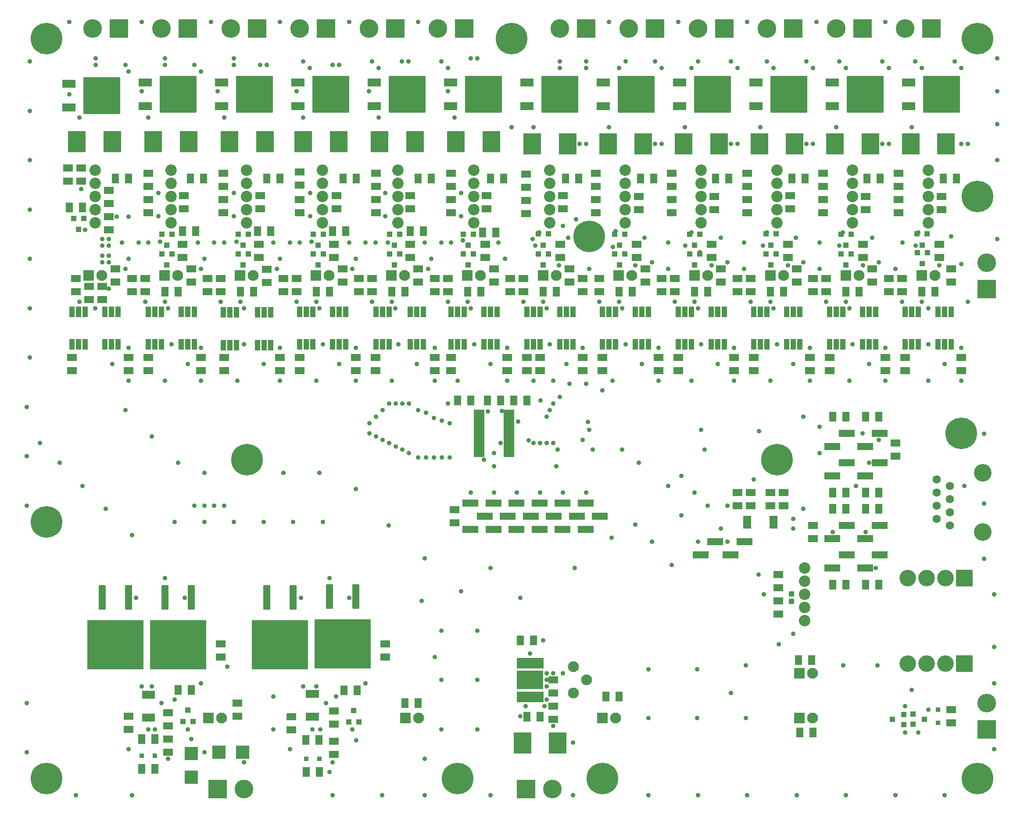
<source format=gts>
G04 #@! TF.GenerationSoftware,KiCad,Pcbnew,7.0.9*
G04 #@! TF.CreationDate,2023-12-21T14:40:28+01:00*
G04 #@! TF.ProjectId,zone-controller,7a6f6e65-2d63-46f6-9e74-726f6c6c6572,v2.0*
G04 #@! TF.SameCoordinates,Original*
G04 #@! TF.FileFunction,Soldermask,Top*
G04 #@! TF.FilePolarity,Negative*
%FSLAX46Y46*%
G04 Gerber Fmt 4.6, Leading zero omitted, Abs format (unit mm)*
G04 Created by KiCad (PCBNEW 7.0.9) date 2023-12-21 14:40:28*
%MOMM*%
%LPD*%
G01*
G04 APERTURE LIST*
G04 Aperture macros list*
%AMRoundRect*
0 Rectangle with rounded corners*
0 $1 Rounding radius*
0 $2 $3 $4 $5 $6 $7 $8 $9 X,Y pos of 4 corners*
0 Add a 4 corners polygon primitive as box body*
4,1,4,$2,$3,$4,$5,$6,$7,$8,$9,$2,$3,0*
0 Add four circle primitives for the rounded corners*
1,1,$1+$1,$2,$3*
1,1,$1+$1,$4,$5*
1,1,$1+$1,$6,$7*
1,1,$1+$1,$8,$9*
0 Add four rect primitives between the rounded corners*
20,1,$1+$1,$2,$3,$4,$5,0*
20,1,$1+$1,$4,$5,$6,$7,0*
20,1,$1+$1,$6,$7,$8,$9,0*
20,1,$1+$1,$8,$9,$2,$3,0*%
%AMFreePoly0*
4,1,13,0.685355,0.935355,0.700000,0.900000,0.700000,-0.900000,0.685355,-0.935355,0.650000,-0.950000,-0.650000,-0.950000,-0.685355,-0.935355,-0.700000,-0.900000,-0.700000,0.900000,-0.685355,0.935355,-0.650000,0.950000,0.650000,0.950000,0.685355,0.935355,0.685355,0.935355,$1*%
G04 Aperture macros list end*
%ADD10FreePoly0,270.000000*%
%ADD11C,6.100000*%
%ADD12RoundRect,0.050000X0.450000X-1.000000X0.450000X1.000000X-0.450000X1.000000X-0.450000X-1.000000X0*%
%ADD13FreePoly0,90.000000*%
%ADD14C,0.900000*%
%ADD15RoundRect,0.050000X-0.450000X1.000000X-0.450000X-1.000000X0.450000X-1.000000X0.450000X1.000000X0*%
%ADD16FreePoly0,0.000000*%
%ADD17RoundRect,0.050000X-1.250000X-0.750000X1.250000X-0.750000X1.250000X0.750000X-1.250000X0.750000X0*%
%ADD18RoundRect,0.050000X-3.500000X-3.500000X3.500000X-3.500000X3.500000X3.500000X-3.500000X3.500000X0*%
%ADD19RoundRect,0.050000X-1.750000X-1.750000X1.750000X-1.750000X1.750000X1.750000X-1.750000X1.750000X0*%
%ADD20C,3.600000*%
%ADD21FreePoly0,180.000000*%
%ADD22RoundRect,0.050000X-1.500000X0.625000X-1.500000X-0.625000X1.500000X-0.625000X1.500000X0.625000X0*%
%ADD23RoundRect,0.050000X-0.500000X0.500000X-0.500000X-0.500000X0.500000X-0.500000X0.500000X0.500000X0*%
%ADD24RoundRect,0.050000X1.500000X-0.625000X1.500000X0.625000X-1.500000X0.625000X-1.500000X-0.625000X0*%
%ADD25RoundRect,0.050000X-0.625000X2.300000X-0.625000X-2.300000X0.625000X-2.300000X0.625000X2.300000X0*%
%ADD26RoundRect,0.050000X-5.400000X4.700000X-5.400000X-4.700000X5.400000X-4.700000X5.400000X4.700000X0*%
%ADD27RoundRect,0.050000X0.500000X0.500000X-0.500000X0.500000X-0.500000X-0.500000X0.500000X-0.500000X0*%
%ADD28RoundRect,0.050000X-1.250000X-1.250000X1.250000X-1.250000X1.250000X1.250000X-1.250000X1.250000X0*%
%ADD29RoundRect,0.050000X-0.400000X-0.400000X0.400000X-0.400000X0.400000X0.400000X-0.400000X0.400000X0*%
%ADD30RoundRect,0.050000X-1.650000X2.000000X-1.650000X-2.000000X1.650000X-2.000000X1.650000X2.000000X0*%
%ADD31RoundRect,0.050000X0.500000X-0.500000X0.500000X0.500000X-0.500000X0.500000X-0.500000X-0.500000X0*%
%ADD32RoundRect,0.050000X-1.750000X1.750000X-1.750000X-1.750000X1.750000X-1.750000X1.750000X1.750000X0*%
%ADD33RoundRect,0.050000X-1.550000X1.550000X-1.550000X-1.550000X1.550000X-1.550000X1.550000X1.550000X0*%
%ADD34O,3.200000X3.200000*%
%ADD35RoundRect,0.050000X-0.500000X-0.500000X0.500000X-0.500000X0.500000X0.500000X-0.500000X0.500000X0*%
%ADD36C,3.400000*%
%ADD37C,1.600000*%
%ADD38RoundRect,0.050000X1.250000X-1.250000X1.250000X1.250000X-1.250000X1.250000X-1.250000X-1.250000X0*%
%ADD39C,2.100000*%
%ADD40RoundRect,0.050000X1.750000X1.750000X-1.750000X1.750000X-1.750000X-1.750000X1.750000X-1.750000X0*%
%ADD41RoundRect,0.050000X0.400000X-0.400000X0.400000X0.400000X-0.400000X0.400000X-0.400000X-0.400000X0*%
%ADD42RoundRect,0.050000X-1.000000X-0.250000X1.000000X-0.250000X1.000000X0.250000X-1.000000X0.250000X0*%
%ADD43RoundRect,0.050000X0.450000X-0.450000X0.450000X0.450000X-0.450000X0.450000X-0.450000X-0.450000X0*%
%ADD44RoundRect,0.050000X0.175000X-0.750000X0.175000X0.750000X-0.175000X0.750000X-0.175000X-0.750000X0*%
%ADD45RoundRect,0.050000X-0.175000X0.750000X-0.175000X-0.750000X0.175000X-0.750000X0.175000X0.750000X0*%
%ADD46RoundRect,0.050000X0.250000X-1.000000X0.250000X1.000000X-0.250000X1.000000X-0.250000X-1.000000X0*%
%ADD47RoundRect,0.050000X2.500000X-1.700000X2.500000X1.700000X-2.500000X1.700000X-2.500000X-1.700000X0*%
%ADD48RoundRect,0.050000X-0.750000X-0.175000X0.750000X-0.175000X0.750000X0.175000X-0.750000X0.175000X0*%
%ADD49RoundRect,0.050000X1.650000X-2.000000X1.650000X2.000000X-1.650000X2.000000X-1.650000X-2.000000X0*%
%ADD50C,2.200000*%
%ADD51RoundRect,0.050000X-1.000000X-1.000000X1.000000X-1.000000X1.000000X1.000000X-1.000000X1.000000X0*%
G04 APERTURE END LIST*
D10*
X149860000Y-123317000D03*
X149860000Y-125857000D03*
D11*
X234950000Y-99949000D03*
D10*
X142240000Y-91059000D03*
X142240000Y-93599000D03*
D12*
X252095000Y-120752000D03*
X253365000Y-120752000D03*
X254635000Y-120752000D03*
X254635000Y-114452000D03*
X253365000Y-114452000D03*
X252095000Y-114452000D03*
D10*
X193802000Y-87757000D03*
X193802000Y-90297000D03*
D13*
X258572000Y-104013000D03*
X258572000Y-101473000D03*
D14*
X186690000Y-72517000D03*
D15*
X202946000Y-114452000D03*
X201676000Y-114452000D03*
X200406000Y-114452000D03*
X200406000Y-120752000D03*
X201676000Y-120752000D03*
X202946000Y-120752000D03*
D14*
X179070000Y-175387000D03*
X139700000Y-175387000D03*
D16*
X240665000Y-110617000D03*
X243205000Y-110617000D03*
D14*
X229235000Y-70612000D03*
D17*
X296595000Y-70237000D03*
X296595000Y-74797000D03*
D18*
X302895000Y-72517000D03*
D14*
X140970000Y-74422000D03*
D19*
X184150000Y-59817000D03*
D20*
X179070000Y-59817000D03*
D13*
X266065000Y-110617000D03*
X266065000Y-108077000D03*
D10*
X200406000Y-92075000D03*
X200406000Y-94615000D03*
D21*
X182753000Y-197104000D03*
X180213000Y-197104000D03*
D14*
X147320000Y-175387000D03*
X184785000Y-72517000D03*
X182880000Y-72517000D03*
D13*
X265430000Y-95377000D03*
X265430000Y-92837000D03*
D22*
X281835000Y-163957000D03*
X284585000Y-161417000D03*
X234210000Y-156464000D03*
X236960000Y-153924000D03*
X234210000Y-151384000D03*
D14*
X142875000Y-70612000D03*
D13*
X227965000Y-193167000D03*
X227965000Y-190627000D03*
D23*
X300162000Y-103013000D03*
X298262000Y-103013000D03*
X299212000Y-105213000D03*
D13*
X236220000Y-90297000D03*
X236220000Y-87757000D03*
D23*
X198308000Y-99457000D03*
X196408000Y-99457000D03*
X197358000Y-101657000D03*
D19*
X287655000Y-59817000D03*
D20*
X282575000Y-59817000D03*
D16*
X200406000Y-98933000D03*
X202946000Y-98933000D03*
D13*
X295275000Y-110617000D03*
X295275000Y-108077000D03*
D17*
X252399000Y-70237000D03*
X252399000Y-74797000D03*
D18*
X258699000Y-72517000D03*
D13*
X158115000Y-108712000D03*
X158115000Y-106172000D03*
D16*
X221615000Y-177927000D03*
X224155000Y-177927000D03*
D21*
X290830000Y-134747000D03*
X288290000Y-134747000D03*
D15*
X246380000Y-114452000D03*
X245110000Y-114452000D03*
X243840000Y-114452000D03*
X243840000Y-120752000D03*
X245110000Y-120752000D03*
X246380000Y-120752000D03*
D14*
X139065000Y-70612000D03*
D13*
X208915000Y-155194000D03*
X208915000Y-152654000D03*
D24*
X259185000Y-158877000D03*
X256435000Y-161417000D03*
D16*
X187579000Y-187579000D03*
X190119000Y-187579000D03*
D14*
X302895000Y-70612000D03*
X259080000Y-74422000D03*
X212725000Y-70612000D03*
X187325000Y-178562000D03*
X241935000Y-72517000D03*
X257175000Y-72517000D03*
D12*
X164338000Y-120879000D03*
X165608000Y-120879000D03*
X166878000Y-120879000D03*
X166878000Y-114579000D03*
X165608000Y-114579000D03*
X164338000Y-114579000D03*
D17*
X164007000Y-70237000D03*
X164007000Y-74797000D03*
D18*
X170307000Y-72517000D03*
D10*
X292100000Y-123317000D03*
X292100000Y-125857000D03*
D14*
X260985000Y-74422000D03*
X179070000Y-181737000D03*
D10*
X164338000Y-92837000D03*
X164338000Y-95377000D03*
X288290000Y-92202000D03*
X288290000Y-94742000D03*
D16*
X214376000Y-99187000D03*
X216916000Y-99187000D03*
D14*
X231140000Y-74422000D03*
D13*
X236220000Y-95377000D03*
X236220000Y-92837000D03*
D14*
X184785000Y-70612000D03*
X229235000Y-72517000D03*
D10*
X163830000Y-178562000D03*
X163830000Y-181102000D03*
D25*
X189865000Y-169412000D03*
X184785000Y-169412000D03*
D26*
X187325000Y-178562000D03*
D14*
X155575000Y-72517000D03*
X139700000Y-178562000D03*
X260985000Y-70612000D03*
X288290000Y-70612000D03*
D21*
X218440000Y-88773000D03*
X215900000Y-88773000D03*
X212090000Y-131572000D03*
X209550000Y-131572000D03*
D27*
X295640000Y-194117000D03*
X295640000Y-192217000D03*
X293440000Y-193167000D03*
D13*
X250825000Y-95377000D03*
X250825000Y-92837000D03*
D23*
X227010000Y-99441000D03*
X225110000Y-99441000D03*
X226060000Y-101641000D03*
D13*
X200406000Y-104013000D03*
X200406000Y-101473000D03*
D10*
X156718000Y-92075000D03*
X156718000Y-94615000D03*
X237490000Y-123317000D03*
X237490000Y-125857000D03*
D14*
X171450000Y-175387000D03*
X214630000Y-70612000D03*
D10*
X142240000Y-96139000D03*
X142240000Y-98679000D03*
D22*
X288185000Y-158242000D03*
X290935000Y-155702000D03*
D15*
X231775000Y-114452000D03*
X230505000Y-114452000D03*
X229235000Y-114452000D03*
X229235000Y-120752000D03*
X230505000Y-120752000D03*
X231775000Y-120752000D03*
D14*
X140970000Y-70612000D03*
X142875000Y-72517000D03*
D13*
X163830000Y-110617000D03*
X163830000Y-108077000D03*
D28*
X163435000Y-199517000D03*
X168035000Y-199517000D03*
D23*
X241742000Y-99457000D03*
X239842000Y-99457000D03*
X240792000Y-101657000D03*
D13*
X161290000Y-110617000D03*
X161290000Y-108077000D03*
D23*
X285430000Y-99457000D03*
X283530000Y-99457000D03*
X284480000Y-101657000D03*
D14*
X273685000Y-74422000D03*
D23*
X256220000Y-103267000D03*
X254320000Y-103267000D03*
X255270000Y-105467000D03*
D14*
X212725000Y-72517000D03*
D29*
X148590000Y-200152000D03*
X151130000Y-200152000D03*
D12*
X295910000Y-120752000D03*
X297180000Y-120752000D03*
X298450000Y-120752000D03*
X298450000Y-114452000D03*
X297180000Y-114452000D03*
X295910000Y-114452000D03*
D30*
X274545000Y-82042000D03*
X267745000Y-82042000D03*
D19*
X197485000Y-59817000D03*
D20*
X192405000Y-59817000D03*
D14*
X245745000Y-70612000D03*
D30*
X215998000Y-81661000D03*
X209198000Y-81661000D03*
D14*
X200025000Y-70612000D03*
D23*
X212532000Y-103267000D03*
X210632000Y-103267000D03*
X211582000Y-105467000D03*
D14*
X151765000Y-178562000D03*
X143510000Y-178562000D03*
X200025000Y-74422000D03*
D11*
X309880000Y-204597000D03*
D14*
X302895000Y-72517000D03*
X151765000Y-181737000D03*
D23*
X300096000Y-99441000D03*
X298196000Y-99441000D03*
X299146000Y-101641000D03*
D13*
X143510000Y-108712000D03*
X143510000Y-106172000D03*
D16*
X180340000Y-203327000D03*
X182880000Y-203327000D03*
D17*
X149275000Y-70237000D03*
X149275000Y-74797000D03*
D18*
X155575000Y-72517000D03*
D24*
X290935000Y-143637000D03*
X288185000Y-146177000D03*
D14*
X151765000Y-175387000D03*
D10*
X259080000Y-92202000D03*
X259080000Y-94742000D03*
D12*
X179070000Y-120752000D03*
X180340000Y-120752000D03*
X181610000Y-120752000D03*
X181610000Y-114452000D03*
X180340000Y-114452000D03*
X179070000Y-114452000D03*
D10*
X177419000Y-192659000D03*
X177419000Y-195199000D03*
X306705000Y-123317000D03*
X306705000Y-125857000D03*
D30*
X186534000Y-81661000D03*
X179734000Y-81661000D03*
D16*
X238125000Y-188722000D03*
X240665000Y-188722000D03*
X167640000Y-110617000D03*
X170180000Y-110617000D03*
D10*
X164465000Y-123317000D03*
X164465000Y-125857000D03*
D14*
X227330000Y-74422000D03*
D16*
X226060000Y-110617000D03*
X228600000Y-110617000D03*
D14*
X157480000Y-72517000D03*
X198120000Y-70612000D03*
X139700000Y-181737000D03*
X275590000Y-74422000D03*
D13*
X250825000Y-90297000D03*
X250825000Y-87757000D03*
D10*
X266700000Y-123317000D03*
X266700000Y-125857000D03*
D23*
X154366000Y-103267000D03*
X152466000Y-103267000D03*
X153416000Y-105467000D03*
D14*
X288290000Y-72517000D03*
D21*
X276606000Y-88773000D03*
X274066000Y-88773000D03*
D14*
X304800000Y-72517000D03*
D29*
X180340000Y-200787000D03*
X182880000Y-200787000D03*
D14*
X170180000Y-72517000D03*
X153670000Y-70612000D03*
D13*
X140970000Y-112141000D03*
X140970000Y-109601000D03*
X185674000Y-199898000D03*
X185674000Y-197358000D03*
D23*
X183576000Y-103267000D03*
X181676000Y-103267000D03*
X182626000Y-105467000D03*
D12*
X135128000Y-120752000D03*
X136398000Y-120752000D03*
X137668000Y-120752000D03*
X137668000Y-114452000D03*
X136398000Y-114452000D03*
X135128000Y-114452000D03*
D13*
X244094000Y-104013000D03*
X244094000Y-101473000D03*
X265430000Y-90297000D03*
X265430000Y-87757000D03*
D10*
X179070000Y-87503000D03*
X179070000Y-90043000D03*
D13*
X219710000Y-110617000D03*
X219710000Y-108077000D03*
D14*
X275590000Y-72517000D03*
D10*
X134366000Y-86741000D03*
X134366000Y-89281000D03*
D14*
X191135000Y-175387000D03*
X216535000Y-74422000D03*
D13*
X135890000Y-110617000D03*
X135890000Y-108077000D03*
D22*
X216430000Y-156464000D03*
X219180000Y-153924000D03*
X216430000Y-151384000D03*
D31*
X156530000Y-193532000D03*
X158430000Y-193532000D03*
X157480000Y-191332000D03*
D14*
X200025000Y-72517000D03*
D11*
X309880000Y-92202000D03*
D10*
X222885000Y-123317000D03*
X222885000Y-125857000D03*
D13*
X214884000Y-104013000D03*
X214884000Y-101473000D03*
D10*
X215138000Y-92075000D03*
X215138000Y-94615000D03*
D13*
X263525000Y-110617000D03*
X263525000Y-108077000D03*
D10*
X208280000Y-87757000D03*
X208280000Y-90297000D03*
D23*
X270952000Y-99441000D03*
X269052000Y-99441000D03*
X270002000Y-101641000D03*
D25*
X146050000Y-169612000D03*
X140970000Y-169612000D03*
D26*
X143510000Y-178762000D03*
D17*
X237667000Y-70237000D03*
X237667000Y-74797000D03*
D18*
X243967000Y-72517000D03*
D10*
X208280000Y-123317000D03*
X208280000Y-125857000D03*
X171450000Y-92075000D03*
X171450000Y-94615000D03*
D13*
X248920000Y-110617000D03*
X248920000Y-108077000D03*
D14*
X286385000Y-72517000D03*
X155575000Y-181737000D03*
D32*
X311658000Y-195072000D03*
D20*
X311658000Y-189992000D03*
D14*
X184150000Y-175387000D03*
X155575000Y-74422000D03*
D10*
X175260000Y-123317000D03*
X175260000Y-125857000D03*
D19*
X144145000Y-59817000D03*
D20*
X139065000Y-59817000D03*
D14*
X259080000Y-70612000D03*
X175260000Y-178562000D03*
X304800000Y-74422000D03*
D23*
X183576000Y-99457000D03*
X181676000Y-99457000D03*
X182626000Y-101657000D03*
D14*
X184150000Y-181737000D03*
D33*
X307340000Y-165862000D03*
D34*
X303700000Y-165862000D03*
X300060000Y-165862000D03*
X296420000Y-165862000D03*
D14*
X170180000Y-74422000D03*
D23*
X256220000Y-99457000D03*
X254320000Y-99457000D03*
X255270000Y-101657000D03*
D21*
X222885000Y-131572000D03*
X220345000Y-131572000D03*
D11*
X237490000Y-204597000D03*
D13*
X193040000Y-110617000D03*
X193040000Y-108077000D03*
X149225000Y-110617000D03*
X149225000Y-108077000D03*
X251460000Y-110617000D03*
X251460000Y-108077000D03*
D16*
X288290000Y-149352000D03*
X290830000Y-149352000D03*
D14*
X212725000Y-74422000D03*
X153670000Y-72517000D03*
D11*
X130175000Y-204597000D03*
D21*
X247396000Y-88773000D03*
X244856000Y-88773000D03*
D13*
X294640000Y-90297000D03*
X294640000Y-87757000D03*
D10*
X146050000Y-123317000D03*
X146050000Y-125857000D03*
D16*
X170942000Y-98933000D03*
X173482000Y-98933000D03*
D13*
X172720000Y-108839000D03*
X172720000Y-106299000D03*
X175895000Y-110617000D03*
X175895000Y-108077000D03*
D19*
X300990000Y-59817000D03*
D20*
X295910000Y-59817000D03*
D14*
X182880000Y-74422000D03*
D23*
X241742000Y-103267000D03*
X239842000Y-103267000D03*
X240792000Y-105467000D03*
D14*
X147320000Y-178562000D03*
X198120000Y-74422000D03*
X143510000Y-175387000D03*
D13*
X146685000Y-110617000D03*
X146685000Y-108077000D03*
D14*
X290195000Y-70612000D03*
D35*
X297434000Y-192156000D03*
X297434000Y-194056000D03*
X299634000Y-193106000D03*
D13*
X222758000Y-90424000D03*
X222758000Y-87884000D03*
D10*
X233680000Y-123317000D03*
X233680000Y-125857000D03*
D19*
X210820000Y-59817000D03*
D20*
X205740000Y-59817000D03*
D14*
X159385000Y-181737000D03*
D10*
X248285000Y-123317000D03*
X248285000Y-125857000D03*
D13*
X222758000Y-95504000D03*
X222758000Y-92964000D03*
X269875000Y-151892000D03*
X269875000Y-149352000D03*
D10*
X149860000Y-87757000D03*
X149860000Y-90297000D03*
X295910000Y-123317000D03*
X295910000Y-125857000D03*
D30*
X245335000Y-82042000D03*
X238535000Y-82042000D03*
D14*
X155575000Y-70612000D03*
D30*
X142846000Y-81661000D03*
X136046000Y-81661000D03*
D23*
X227010000Y-103267000D03*
X225110000Y-103267000D03*
X226060000Y-105467000D03*
D19*
X170815000Y-59817000D03*
D20*
X165735000Y-59817000D03*
D14*
X155575000Y-178562000D03*
X273685000Y-72517000D03*
D25*
X158115000Y-169612000D03*
X153035000Y-169612000D03*
D26*
X155575000Y-178762000D03*
D14*
X271780000Y-70612000D03*
D21*
X189992000Y-88773000D03*
X187452000Y-88773000D03*
D16*
X284480000Y-110617000D03*
X287020000Y-110617000D03*
D21*
X204470000Y-88773000D03*
X201930000Y-88773000D03*
D36*
X310896000Y-156973000D03*
X310896000Y-145541000D03*
D37*
X304546000Y-155701000D03*
X302006000Y-154431000D03*
X304546000Y-153161000D03*
X302006000Y-151891000D03*
X304546000Y-150621000D03*
X302006000Y-149351000D03*
X304546000Y-148081000D03*
X302006000Y-146811000D03*
D14*
X201930000Y-70612000D03*
D10*
X229870000Y-92075000D03*
X229870000Y-94615000D03*
D14*
X172085000Y-74422000D03*
X170180000Y-70612000D03*
D21*
X146050000Y-88773000D03*
X143510000Y-88773000D03*
D14*
X184785000Y-74422000D03*
D15*
X290195000Y-114452000D03*
X288925000Y-114452000D03*
X287655000Y-114452000D03*
X287655000Y-120752000D03*
X288925000Y-120752000D03*
X290195000Y-120752000D03*
D14*
X142875000Y-74422000D03*
X227330000Y-72517000D03*
D15*
X144018000Y-114452000D03*
X142748000Y-114452000D03*
X141478000Y-114452000D03*
X141478000Y-120752000D03*
X142748000Y-120752000D03*
X144018000Y-120752000D03*
D13*
X287782000Y-104013000D03*
X287782000Y-101473000D03*
D14*
X175260000Y-175387000D03*
X243840000Y-72517000D03*
X187325000Y-181737000D03*
D22*
X225320000Y-156464000D03*
X228070000Y-153924000D03*
X225320000Y-151384000D03*
D13*
X280035000Y-95377000D03*
X280035000Y-92837000D03*
D38*
X158115000Y-204357000D03*
X158115000Y-199757000D03*
D14*
X191135000Y-178562000D03*
X245745000Y-72517000D03*
D10*
X278130000Y-155702000D03*
X278130000Y-158242000D03*
D17*
X222935000Y-70237000D03*
X222935000Y-74797000D03*
D18*
X229235000Y-72517000D03*
D13*
X222250000Y-110617000D03*
X222250000Y-108077000D03*
D11*
X168910000Y-143002000D03*
D15*
X217170000Y-114452000D03*
X215900000Y-114452000D03*
X214630000Y-114452000D03*
X214630000Y-120752000D03*
X215900000Y-120752000D03*
X217170000Y-120752000D03*
D30*
X259940000Y-82042000D03*
X253140000Y-82042000D03*
D14*
X304800000Y-70612000D03*
D16*
X281940000Y-152527000D03*
X284480000Y-152527000D03*
D39*
X231838500Y-188087000D03*
X234391200Y-185547000D03*
X231838500Y-183007000D03*
D10*
X160020000Y-123317000D03*
X160020000Y-125857000D03*
D14*
X275590000Y-70612000D03*
X198120000Y-72517000D03*
D12*
X266700000Y-120752000D03*
X267970000Y-120752000D03*
X269240000Y-120752000D03*
X269240000Y-114452000D03*
X267970000Y-114452000D03*
X266700000Y-114452000D03*
D14*
X231140000Y-70612000D03*
D15*
X187960000Y-114452000D03*
X186690000Y-114452000D03*
X185420000Y-114452000D03*
X185420000Y-120752000D03*
X186690000Y-120752000D03*
X187960000Y-120752000D03*
D30*
X172310000Y-81661000D03*
X165510000Y-81661000D03*
D16*
X211455000Y-110617000D03*
X213995000Y-110617000D03*
D13*
X304800000Y-108712000D03*
X304800000Y-106172000D03*
D14*
X168275000Y-70612000D03*
D10*
X244475000Y-92202000D03*
X244475000Y-94742000D03*
D14*
X300990000Y-70612000D03*
D22*
X288185000Y-140462000D03*
X290935000Y-137922000D03*
D16*
X269875000Y-110617000D03*
X272415000Y-110617000D03*
D14*
X259080000Y-72517000D03*
D40*
X163195000Y-206629000D03*
D20*
X168275000Y-206629000D03*
D41*
X302260000Y-193802000D03*
X302260000Y-191262000D03*
D42*
X213632500Y-133697000D03*
X213632500Y-134347000D03*
X213632500Y-134997000D03*
X213632500Y-135647000D03*
X213632500Y-136297000D03*
X213632500Y-136947000D03*
X213632500Y-137597000D03*
X213632500Y-138247000D03*
X213632500Y-138897000D03*
X213632500Y-139547000D03*
X213632500Y-140197000D03*
X213632500Y-140847000D03*
X213632500Y-141497000D03*
X213632500Y-142147000D03*
X219437500Y-142147000D03*
X219437500Y-141497000D03*
X219437500Y-140847000D03*
X219437500Y-140197000D03*
X219437500Y-139547000D03*
X219437500Y-138897000D03*
X219437500Y-138247000D03*
X219437500Y-137597000D03*
X219437500Y-136947000D03*
X219437500Y-136297000D03*
X219437500Y-135647000D03*
X219437500Y-134997000D03*
X219437500Y-134347000D03*
X219437500Y-133697000D03*
D10*
X153670000Y-191897000D03*
X153670000Y-194437000D03*
D13*
X292735000Y-110617000D03*
X292735000Y-108077000D03*
D11*
X306705000Y-137922000D03*
D33*
X307340000Y-182372000D03*
D34*
X303700000Y-182372000D03*
X300060000Y-182372000D03*
X296420000Y-182372000D03*
D14*
X300990000Y-74422000D03*
X139192000Y-74422000D03*
D19*
X274320000Y-59817000D03*
D20*
X269240000Y-59817000D03*
D43*
X273939000Y-170397000D03*
X273939000Y-168947000D03*
D12*
X193802000Y-120752000D03*
X195072000Y-120752000D03*
X196342000Y-120752000D03*
X196342000Y-114452000D03*
X195072000Y-114452000D03*
X193802000Y-114452000D03*
D13*
X216535000Y-108712000D03*
X216535000Y-106172000D03*
X278130000Y-110617000D03*
X278130000Y-108077000D03*
D23*
X169098000Y-99457000D03*
X167198000Y-99457000D03*
X168148000Y-101657000D03*
D13*
X260350000Y-108712000D03*
X260350000Y-106172000D03*
D21*
X291084000Y-88773000D03*
X288544000Y-88773000D03*
X284480000Y-134747000D03*
X281940000Y-134747000D03*
D14*
X290195000Y-72517000D03*
D30*
X303755000Y-82042000D03*
X296955000Y-82042000D03*
D22*
X211985000Y-156464000D03*
X214735000Y-153924000D03*
X211985000Y-151384000D03*
D14*
X271780000Y-74422000D03*
D13*
X273304000Y-104013000D03*
X273304000Y-101473000D03*
D44*
X148860000Y-192827000D03*
X149360000Y-192827000D03*
X149860000Y-192827000D03*
X150360000Y-192827000D03*
X150860000Y-192827000D03*
X150860000Y-188427000D03*
X150360000Y-188427000D03*
X149860000Y-188427000D03*
D45*
X149360000Y-188427000D03*
D44*
X148860000Y-188427000D03*
D10*
X164338000Y-87757000D03*
X164338000Y-90297000D03*
D14*
X257175000Y-74422000D03*
D13*
X271399000Y-172847000D03*
X271399000Y-170307000D03*
D14*
X229235000Y-74422000D03*
D22*
X229765000Y-156464000D03*
X232515000Y-153924000D03*
X229765000Y-151384000D03*
D16*
X215265000Y-131572000D03*
X217805000Y-131572000D03*
D10*
X208280000Y-92837000D03*
X208280000Y-95377000D03*
D14*
X241935000Y-70612000D03*
D24*
X284585000Y-137922000D03*
X281835000Y-140462000D03*
D13*
X274955000Y-108712000D03*
X274955000Y-106172000D03*
D19*
X234315000Y-59817000D03*
D20*
X229235000Y-59817000D03*
D14*
X231140000Y-72517000D03*
D10*
X195580000Y-178562000D03*
X195580000Y-181102000D03*
D14*
X143510000Y-181737000D03*
X159385000Y-175387000D03*
D10*
X277495000Y-123317000D03*
X277495000Y-125857000D03*
D16*
X275336000Y-181737000D03*
X277876000Y-181737000D03*
D40*
X222758000Y-206629000D03*
D20*
X227838000Y-206629000D03*
D14*
X214630000Y-72517000D03*
X157480000Y-74422000D03*
D11*
X219964000Y-61722000D03*
D15*
X304800000Y-114452000D03*
X303530000Y-114452000D03*
X302260000Y-114452000D03*
X302260000Y-120752000D03*
X303530000Y-120752000D03*
X304800000Y-120752000D03*
D17*
X281863000Y-70237000D03*
X281863000Y-74797000D03*
D18*
X288163000Y-72517000D03*
D14*
X227330000Y-70612000D03*
D12*
X237490000Y-120752000D03*
X238760000Y-120752000D03*
X240030000Y-120752000D03*
X240030000Y-114452000D03*
X238760000Y-114452000D03*
X237490000Y-114452000D03*
X149860000Y-120752000D03*
X151130000Y-120752000D03*
X152400000Y-120752000D03*
X152400000Y-114452000D03*
X151130000Y-114452000D03*
X149860000Y-114452000D03*
D13*
X272415000Y-151892000D03*
X272415000Y-149352000D03*
D14*
X157480000Y-70612000D03*
D46*
X221245000Y-188797000D03*
X221895000Y-188797000D03*
X222545000Y-188797000D03*
X223195000Y-188797000D03*
X223845000Y-188797000D03*
X224495000Y-188797000D03*
X225145000Y-188797000D03*
X225795000Y-188797000D03*
X225795000Y-182297000D03*
X225145000Y-182297000D03*
X224495000Y-182297000D03*
X223845000Y-182297000D03*
X223195000Y-182297000D03*
X222545000Y-182297000D03*
X221895000Y-182297000D03*
X221245000Y-182297000D03*
D47*
X223520000Y-185547000D03*
D13*
X201930000Y-108712000D03*
X201930000Y-106172000D03*
D14*
X201930000Y-72517000D03*
D10*
X193675000Y-123317000D03*
X193675000Y-125857000D03*
X281305000Y-123317000D03*
X281305000Y-125857000D03*
D13*
X231140000Y-108712000D03*
X231140000Y-106172000D03*
D23*
X212532000Y-99457000D03*
X210632000Y-99457000D03*
X211582000Y-101657000D03*
D14*
X302895000Y-74422000D03*
X271780000Y-72517000D03*
D17*
X267131000Y-70237000D03*
X267131000Y-74797000D03*
D18*
X273431000Y-72517000D03*
D14*
X171450000Y-181737000D03*
D48*
X265430000Y-154067000D03*
X265430000Y-154567000D03*
X265430000Y-155067000D03*
X265430000Y-155567000D03*
X265430000Y-156067000D03*
X270510000Y-156067000D03*
X270510000Y-155567000D03*
X270510000Y-155067000D03*
X270510000Y-154567000D03*
X270510000Y-154067000D03*
D15*
X275590000Y-114452000D03*
X274320000Y-114452000D03*
X273050000Y-114452000D03*
X273050000Y-120752000D03*
X274320000Y-120752000D03*
X275590000Y-120752000D03*
D21*
X175260000Y-88773000D03*
X172720000Y-88773000D03*
D10*
X252095000Y-123317000D03*
X252095000Y-125857000D03*
D13*
X205105000Y-110617000D03*
X205105000Y-108077000D03*
D10*
X149860000Y-92837000D03*
X149860000Y-95377000D03*
D14*
X168275000Y-74422000D03*
D10*
X205105000Y-123317000D03*
X205105000Y-125857000D03*
D23*
X198308000Y-103267000D03*
X196408000Y-103267000D03*
X197358000Y-105467000D03*
D21*
X261874000Y-88773000D03*
X259334000Y-88773000D03*
D10*
X179070000Y-92837000D03*
X179070000Y-95377000D03*
D17*
X193471000Y-70237000D03*
X193471000Y-74797000D03*
D18*
X199771000Y-72517000D03*
D19*
X260985000Y-59817000D03*
D20*
X255905000Y-59817000D03*
D17*
X178739000Y-70237000D03*
X178739000Y-74797000D03*
D18*
X185039000Y-72517000D03*
D14*
X245745000Y-74422000D03*
D24*
X290935000Y-161417000D03*
X288185000Y-163957000D03*
D16*
X153035000Y-110617000D03*
X155575000Y-110617000D03*
D30*
X157578000Y-81661000D03*
X150778000Y-81661000D03*
D10*
X262890000Y-123317000D03*
X262890000Y-125857000D03*
D23*
X137348000Y-96409000D03*
X135448000Y-96409000D03*
X136398000Y-98609000D03*
D14*
X155575000Y-175387000D03*
D10*
X193802000Y-92837000D03*
X193802000Y-95377000D03*
D21*
X305816000Y-88773000D03*
X303276000Y-88773000D03*
D16*
X299085000Y-110617000D03*
X301625000Y-110617000D03*
D13*
X236855000Y-110617000D03*
X236855000Y-108077000D03*
D10*
X294005000Y-139827000D03*
X294005000Y-142367000D03*
D23*
X270952000Y-103267000D03*
X269052000Y-103267000D03*
X270002000Y-105467000D03*
D49*
X222025000Y-197739000D03*
X228825000Y-197739000D03*
D13*
X187325000Y-108712000D03*
X187325000Y-106172000D03*
D10*
X302895000Y-92202000D03*
X302895000Y-94742000D03*
D15*
X158750000Y-114452000D03*
X157480000Y-114452000D03*
X156210000Y-114452000D03*
X156210000Y-120752000D03*
X157480000Y-120752000D03*
X158750000Y-120752000D03*
D22*
X281835000Y-146177000D03*
X284585000Y-143637000D03*
D23*
X285430000Y-103267000D03*
X283530000Y-103267000D03*
X284480000Y-105467000D03*
D14*
X201930000Y-74422000D03*
D13*
X289560000Y-108712000D03*
X289560000Y-106172000D03*
D16*
X281940000Y-149352000D03*
X284480000Y-149352000D03*
D14*
X260985000Y-72517000D03*
D12*
X208280000Y-120752000D03*
X209550000Y-120752000D03*
X210820000Y-120752000D03*
X210820000Y-114452000D03*
X209550000Y-114452000D03*
X208280000Y-114452000D03*
X222885000Y-120752000D03*
X224155000Y-120752000D03*
X225425000Y-120752000D03*
X225425000Y-114452000D03*
X224155000Y-114452000D03*
X222885000Y-114452000D03*
D13*
X294640000Y-95377000D03*
X294640000Y-92837000D03*
X156464000Y-104013000D03*
X156464000Y-101473000D03*
D15*
X173482000Y-114579000D03*
X172212000Y-114579000D03*
X170942000Y-114579000D03*
X170942000Y-120879000D03*
X172212000Y-120879000D03*
X173482000Y-120879000D03*
D17*
X208203000Y-70237000D03*
X208203000Y-74797000D03*
D18*
X214503000Y-72517000D03*
D32*
X311658000Y-110109000D03*
D20*
X311658000Y-105029000D03*
D14*
X179070000Y-178562000D03*
X300990000Y-72517000D03*
D15*
X260985000Y-114452000D03*
X259715000Y-114452000D03*
X258445000Y-114452000D03*
X258445000Y-120752000D03*
X259715000Y-120752000D03*
X260985000Y-120752000D03*
D13*
X271399000Y-167767000D03*
X271399000Y-165227000D03*
D24*
X264900000Y-158877000D03*
X262150000Y-161417000D03*
D14*
X288290000Y-74422000D03*
D22*
X220875000Y-156464000D03*
X223625000Y-153924000D03*
X220875000Y-151384000D03*
D16*
X275590000Y-195707000D03*
X278130000Y-195707000D03*
D14*
X286385000Y-74422000D03*
D10*
X135128000Y-123317000D03*
X135128000Y-125857000D03*
D19*
X157480000Y-59817000D03*
D20*
X152400000Y-59817000D03*
D14*
X186690000Y-74422000D03*
X243840000Y-70612000D03*
X257175000Y-70612000D03*
D13*
X266065000Y-151892000D03*
X266065000Y-149352000D03*
D10*
X136906000Y-86741000D03*
X136906000Y-89281000D03*
D14*
X175260000Y-181737000D03*
D23*
X169098000Y-103267000D03*
X167198000Y-103267000D03*
X168148000Y-105467000D03*
D16*
X199390000Y-189992000D03*
X201930000Y-189992000D03*
D21*
X160528000Y-88773000D03*
X157988000Y-88773000D03*
D31*
X188534000Y-193659000D03*
X190434000Y-193659000D03*
X189484000Y-191459000D03*
D13*
X233680000Y-110617000D03*
X233680000Y-108077000D03*
D14*
X182880000Y-70612000D03*
X171450000Y-178562000D03*
D12*
X281305000Y-120752000D03*
X282575000Y-120752000D03*
X283845000Y-120752000D03*
X283845000Y-114452000D03*
X282575000Y-114452000D03*
X281305000Y-114452000D03*
D16*
X255270000Y-110617000D03*
X257810000Y-110617000D03*
D13*
X280035000Y-90297000D03*
X280035000Y-87757000D03*
D16*
X148590000Y-202692000D03*
X151130000Y-202692000D03*
D10*
X304800000Y-191262000D03*
X304800000Y-193802000D03*
D21*
X232918000Y-88773000D03*
X230378000Y-88773000D03*
D44*
X180499000Y-192614000D03*
X180999000Y-192614000D03*
X181499000Y-192614000D03*
X181999000Y-192614000D03*
X182499000Y-192614000D03*
X182499000Y-188214000D03*
X181999000Y-188214000D03*
X181499000Y-188214000D03*
D45*
X180999000Y-188214000D03*
D44*
X180499000Y-188214000D03*
D21*
X151130000Y-196977000D03*
X148590000Y-196977000D03*
D24*
X284585000Y-155702000D03*
X281835000Y-158242000D03*
D14*
X168207000Y-72517000D03*
D30*
X201266000Y-81661000D03*
X194466000Y-81661000D03*
D13*
X190500000Y-110617000D03*
X190500000Y-108077000D03*
D16*
X155575000Y-187452000D03*
X158115000Y-187452000D03*
D10*
X167005000Y-189992000D03*
X167005000Y-192532000D03*
D19*
X247650000Y-59817000D03*
D20*
X242570000Y-59817000D03*
D21*
X137160000Y-94361000D03*
X134620000Y-94361000D03*
D10*
X186182000Y-92075000D03*
X186182000Y-94615000D03*
X227965000Y-185547000D03*
X227965000Y-188087000D03*
X185674000Y-191516000D03*
X185674000Y-194056000D03*
D17*
X134543000Y-70491000D03*
X134543000Y-75051000D03*
D18*
X140843000Y-72771000D03*
D11*
X130175000Y-155067000D03*
D30*
X230730000Y-82042000D03*
X223930000Y-82042000D03*
D14*
X172085000Y-70612000D03*
D13*
X229362000Y-104013000D03*
X229362000Y-101473000D03*
D14*
X140970000Y-72517000D03*
D13*
X178435000Y-110617000D03*
X178435000Y-108077000D03*
X302514000Y-104013000D03*
X302514000Y-101473000D03*
D16*
X222885000Y-192659000D03*
X225425000Y-192659000D03*
X288290000Y-152527000D03*
X290830000Y-152527000D03*
D13*
X245745000Y-108712000D03*
X245745000Y-106172000D03*
D14*
X191135000Y-181737000D03*
X216535000Y-70612000D03*
D10*
X189865000Y-123317000D03*
X189865000Y-125857000D03*
D11*
X209550000Y-204597000D03*
D14*
X290195000Y-74422000D03*
D10*
X146050000Y-192532000D03*
X146050000Y-195072000D03*
D16*
X156464000Y-98933000D03*
X159004000Y-98933000D03*
D21*
X290830000Y-167132000D03*
X288290000Y-167132000D03*
D13*
X153670000Y-199517000D03*
X153670000Y-196977000D03*
D14*
X243840000Y-74422000D03*
D13*
X207645000Y-110617000D03*
X207645000Y-108077000D03*
D11*
X130175000Y-61722000D03*
D13*
X263525000Y-151892000D03*
X263525000Y-149352000D03*
D16*
X185420000Y-98933000D03*
X187960000Y-98933000D03*
D14*
X172085000Y-72517000D03*
X241935000Y-74422000D03*
D21*
X284480000Y-167132000D03*
X281940000Y-167132000D03*
D14*
X159385000Y-178562000D03*
X214630000Y-74422000D03*
D13*
X280670000Y-110617000D03*
X280670000Y-108077000D03*
D14*
X286385000Y-70612000D03*
D10*
X179070000Y-123317000D03*
X179070000Y-125857000D03*
D14*
X184150000Y-178562000D03*
D16*
X196850000Y-110617000D03*
X199390000Y-110617000D03*
D14*
X273685000Y-70612000D03*
X187325000Y-175387000D03*
D13*
X138430000Y-112141000D03*
X138430000Y-109601000D03*
D16*
X182245000Y-110617000D03*
X184785000Y-110617000D03*
D14*
X147320000Y-181737000D03*
X139065000Y-72517000D03*
X153670000Y-74422000D03*
D13*
X171196000Y-104013000D03*
X171196000Y-101473000D03*
D14*
X186690000Y-70612000D03*
D25*
X177800000Y-169612000D03*
X172720000Y-169612000D03*
D26*
X175260000Y-178762000D03*
D23*
X154366000Y-99457000D03*
X152466000Y-99457000D03*
X153416000Y-101657000D03*
D10*
X219075000Y-123317000D03*
X219075000Y-125857000D03*
X273685000Y-92075000D03*
X273685000Y-94615000D03*
D11*
X271145000Y-143002000D03*
D30*
X289150000Y-82042000D03*
X282350000Y-82042000D03*
D13*
X185674000Y-104013000D03*
X185674000Y-101473000D03*
D11*
X309880000Y-61722000D03*
D14*
X216535000Y-72517000D03*
D10*
X225425000Y-123317000D03*
X225425000Y-125857000D03*
D50*
X168806091Y-97282000D03*
X168806091Y-94742000D03*
X168806091Y-92202000D03*
X168806091Y-89662000D03*
X168806091Y-87122000D03*
X212655727Y-97282000D03*
X212655727Y-94742000D03*
X212655727Y-92202000D03*
X212655727Y-89662000D03*
X212655727Y-87122000D03*
X227272273Y-97282000D03*
X227272273Y-94742000D03*
X227272273Y-92202000D03*
X227272273Y-89662000D03*
X227272273Y-87122000D03*
D51*
X161444000Y-192897000D03*
D39*
X163984000Y-192897000D03*
D50*
X271121909Y-97282000D03*
X271121909Y-94742000D03*
X271121909Y-92202000D03*
X271121909Y-89662000D03*
X271121909Y-87122000D03*
X198039182Y-97282000D03*
X198039182Y-94742000D03*
X198039182Y-92202000D03*
X198039182Y-89662000D03*
X198039182Y-87122000D03*
D51*
X237444000Y-192897000D03*
D39*
X239984000Y-192897000D03*
D51*
X167536091Y-107442000D03*
D39*
X170076091Y-107442000D03*
D51*
X226002273Y-107442000D03*
D39*
X228542273Y-107442000D03*
D50*
X241888818Y-97282000D03*
X241888818Y-94742000D03*
X241888818Y-92202000D03*
X241888818Y-89662000D03*
X241888818Y-87122000D03*
D51*
X275444000Y-192897000D03*
D39*
X277984000Y-192897000D03*
D51*
X138303000Y-107442000D03*
D39*
X140843000Y-107442000D03*
D51*
X299085000Y-107442000D03*
D39*
X301625000Y-107442000D03*
D50*
X154189540Y-97282000D03*
X154189540Y-94742000D03*
X154189540Y-92202000D03*
X154189540Y-89662000D03*
X154189540Y-87122000D03*
X300355000Y-97282000D03*
X300355000Y-94742000D03*
X300355000Y-92202000D03*
X300355000Y-89662000D03*
X300355000Y-87122000D03*
D51*
X255235364Y-107442000D03*
D39*
X257775364Y-107442000D03*
D51*
X275444000Y-184277000D03*
D39*
X277984000Y-184277000D03*
D51*
X269851909Y-107442000D03*
D39*
X272391909Y-107442000D03*
D50*
X183422636Y-97282000D03*
X183422636Y-94742000D03*
X183422636Y-92202000D03*
X183422636Y-89662000D03*
X183422636Y-87122000D03*
X139573000Y-97282000D03*
X139573000Y-94742000D03*
X139573000Y-92202000D03*
X139573000Y-89662000D03*
X139573000Y-87122000D03*
D51*
X182152636Y-107442000D03*
D39*
X184692636Y-107442000D03*
D51*
X196769182Y-107442000D03*
D39*
X199309182Y-107442000D03*
D50*
X256505364Y-97282000D03*
X256505364Y-94742000D03*
X256505364Y-92202000D03*
X256505364Y-89662000D03*
X256505364Y-87122000D03*
X285738455Y-97282000D03*
X285738455Y-94742000D03*
X285738455Y-92202000D03*
X285738455Y-89662000D03*
X285738455Y-87122000D03*
D51*
X152919540Y-107442000D03*
D39*
X155459540Y-107442000D03*
D50*
X276479000Y-174117000D03*
X276479000Y-171577000D03*
X276479000Y-169037000D03*
X276479000Y-166497000D03*
X276479000Y-163957000D03*
D51*
X284468455Y-107442000D03*
D39*
X287008455Y-107442000D03*
D51*
X199444000Y-192897000D03*
D39*
X201984000Y-192897000D03*
D51*
X211385727Y-107442000D03*
D39*
X213925727Y-107442000D03*
D51*
X240618818Y-107442000D03*
D39*
X243158818Y-107442000D03*
D14*
X286385000Y-148082000D03*
X189865000Y-127762000D03*
X182880000Y-145542000D03*
X207645000Y-132207000D03*
X196850000Y-127762000D03*
X224155000Y-127762000D03*
X294005000Y-207772000D03*
X311150000Y-151511000D03*
X262890000Y-127762000D03*
X246380000Y-207772000D03*
X279400000Y-136652000D03*
X257175000Y-141097000D03*
X213360000Y-185547000D03*
X292100000Y-127762000D03*
X269875000Y-127762000D03*
X267589000Y-165227000D03*
X306705000Y-127762000D03*
X209550000Y-127762000D03*
X168275000Y-120777000D03*
X311150000Y-162179000D03*
X283972000Y-182753000D03*
X183515000Y-120777000D03*
X198120000Y-120777000D03*
X160020000Y-127762000D03*
X255905000Y-207772000D03*
X311150000Y-138049000D03*
X175895000Y-145542000D03*
X246380000Y-192913000D03*
X213360000Y-195072000D03*
X313055000Y-179197000D03*
X313055000Y-186182000D03*
X153035000Y-127762000D03*
X313055000Y-198882000D03*
X271145000Y-120777000D03*
X212725000Y-120777000D03*
X219075000Y-127762000D03*
X227330000Y-120777000D03*
X265176000Y-182753000D03*
X239395000Y-127762000D03*
X215900000Y-207772000D03*
X285115000Y-127762000D03*
X215392000Y-133731000D03*
X303530000Y-207772000D03*
X232156000Y-163957000D03*
X265430000Y-207772000D03*
X241935000Y-120777000D03*
X221234000Y-135636000D03*
X313055000Y-169037000D03*
X150495000Y-138557000D03*
X145415000Y-133477000D03*
X241300000Y-141097000D03*
X189865000Y-148717000D03*
X300355000Y-127762000D03*
X155575000Y-143637000D03*
X285750000Y-120777000D03*
X246380000Y-183515000D03*
X210185000Y-168402000D03*
X160655000Y-145542000D03*
X297180000Y-187452000D03*
X295910000Y-190627000D03*
X255270000Y-149352000D03*
X256540000Y-120777000D03*
X265176000Y-192913000D03*
X175260000Y-127762000D03*
X239268000Y-158115000D03*
X205105000Y-127762000D03*
X274955000Y-207772000D03*
X284480000Y-207772000D03*
X229870000Y-184277000D03*
X300355000Y-120777000D03*
X231775000Y-197612000D03*
X254635000Y-127762000D03*
X227965000Y-127762000D03*
X196215000Y-155702000D03*
X226060000Y-177927000D03*
X279400000Y-141732000D03*
X255778000Y-183515000D03*
X255778000Y-192913000D03*
X220345000Y-131572000D03*
X290576000Y-182753000D03*
X214630000Y-143002000D03*
X243840000Y-155575000D03*
X213360000Y-176022000D03*
X231775000Y-207772000D03*
X248285000Y-127762000D03*
X146050000Y-127762000D03*
X182245000Y-127762000D03*
X277495000Y-127762000D03*
X154305000Y-120777000D03*
X267716000Y-137541000D03*
X203200000Y-162052000D03*
X167005000Y-127762000D03*
X256540000Y-137287000D03*
X250190000Y-148082000D03*
X175260000Y-121412000D03*
X298450000Y-195707000D03*
X215900000Y-163957000D03*
X219075000Y-121412000D03*
X276225000Y-134747000D03*
X292100000Y-121412000D03*
X146050000Y-121412000D03*
X262890000Y-121412000D03*
X221615000Y-169672000D03*
X225425000Y-123317000D03*
X234696000Y-135763000D03*
X235585000Y-141097000D03*
X233680000Y-121412000D03*
X189865000Y-121412000D03*
X233680000Y-139192000D03*
X205105000Y-121412000D03*
X217805000Y-139827000D03*
X247015000Y-158877000D03*
X271526000Y-178689000D03*
X160020000Y-121412000D03*
X277495000Y-121412000D03*
X237490000Y-129667000D03*
X262255000Y-188087000D03*
X250825000Y-163322000D03*
X261620000Y-151892000D03*
X218059000Y-133604000D03*
X306705000Y-121412000D03*
X248285000Y-121412000D03*
X276225000Y-152527000D03*
X175260000Y-104267000D03*
X167640000Y-112522000D03*
X185420000Y-66802000D03*
X171450000Y-66802000D03*
X163830000Y-112522000D03*
X142240000Y-103632000D03*
X158750000Y-66802000D03*
X214884000Y-104013000D03*
X212090000Y-65532000D03*
X198755000Y-66167000D03*
X153035000Y-112522000D03*
X146050000Y-68072000D03*
X140970000Y-103632000D03*
X193040000Y-112522000D03*
X178435000Y-112522000D03*
X182245000Y-112522000D03*
X146050000Y-96139000D03*
X171196000Y-104013000D03*
X160655000Y-104267000D03*
X146050000Y-104267000D03*
X145415000Y-66802000D03*
X185674000Y-104013000D03*
X213360000Y-65532000D03*
X160020000Y-68072000D03*
X156464000Y-104013000D03*
X196850000Y-112522000D03*
X140970000Y-104902000D03*
X149225000Y-112522000D03*
X204470000Y-104267000D03*
X211455000Y-112522000D03*
X200025000Y-66167000D03*
X207645000Y-112522000D03*
X200406000Y-104013000D03*
X189865000Y-104267000D03*
X172720000Y-66802000D03*
X186690000Y-66802000D03*
X142240000Y-104902000D03*
X218694000Y-104267000D03*
X143764000Y-96139000D03*
X306705000Y-105283000D03*
X247650000Y-82042000D03*
X307975000Y-82042000D03*
X164465000Y-151892000D03*
X255270000Y-112522000D03*
X263525000Y-67437000D03*
X234315000Y-66167000D03*
X263525000Y-82042000D03*
X290830000Y-104902000D03*
X158750000Y-151892000D03*
X240665000Y-112522000D03*
X248920000Y-82042000D03*
X305435000Y-66167000D03*
X278130000Y-82042000D03*
X266065000Y-112522000D03*
X226060000Y-112522000D03*
X284480000Y-112522000D03*
X229870000Y-97917000D03*
X229108000Y-105537000D03*
X291465000Y-66167000D03*
X262255000Y-66167000D03*
X291465000Y-82042000D03*
X278130000Y-67437000D03*
X273304000Y-105537000D03*
X160655000Y-151892000D03*
X233045000Y-82042000D03*
X243840000Y-105537000D03*
X306705000Y-67437000D03*
X299085000Y-112522000D03*
X236855000Y-112522000D03*
X262255000Y-82042000D03*
X234315000Y-82042000D03*
X295275000Y-112522000D03*
X222250000Y-112522000D03*
X248920000Y-67437000D03*
X280670000Y-112522000D03*
X292735000Y-82042000D03*
X269875000Y-112522000D03*
X306705000Y-82042000D03*
X232410000Y-96647000D03*
X224028000Y-100457000D03*
X234315000Y-67437000D03*
X258572000Y-105537000D03*
X287782000Y-105537000D03*
X292735000Y-67437000D03*
X276860000Y-66167000D03*
X261620000Y-104902000D03*
X247015000Y-104902000D03*
X247650000Y-66167000D03*
X302514000Y-105537000D03*
X276225000Y-104902000D03*
X276860000Y-82042000D03*
X251460000Y-112522000D03*
X162560000Y-151892000D03*
X141605000Y-152527000D03*
X173990000Y-101092000D03*
X159385000Y-101092000D03*
X154940000Y-155067000D03*
X188595000Y-58547000D03*
X160655000Y-155067000D03*
X153670000Y-113792000D03*
X224155000Y-78867000D03*
X142240000Y-100457000D03*
X135890000Y-207772000D03*
X219964000Y-78867000D03*
X238760000Y-58547000D03*
X126365000Y-199517000D03*
X152146000Y-100965000D03*
X132715000Y-143637000D03*
X184785000Y-203327000D03*
X160020000Y-106172000D03*
X197485000Y-113792000D03*
X175260000Y-58547000D03*
X295402000Y-101092000D03*
X202565000Y-170307000D03*
X140970000Y-101727000D03*
X191770000Y-101092000D03*
X161925000Y-58547000D03*
X313690000Y-100457000D03*
X196088000Y-101092000D03*
X172085000Y-155067000D03*
X208280000Y-101092000D03*
X283210000Y-101727000D03*
X160655000Y-199517000D03*
X146685000Y-157607000D03*
X253492000Y-101727000D03*
X292100000Y-58547000D03*
X179070000Y-101092000D03*
X140970000Y-100457000D03*
X283845000Y-99187000D03*
X182880000Y-113792000D03*
X255905000Y-113792000D03*
X168275000Y-201422000D03*
X177800000Y-155067000D03*
X252095000Y-58547000D03*
X264795000Y-101092000D03*
X127000000Y-94742000D03*
X144780000Y-101092000D03*
X127000000Y-85217000D03*
X241300000Y-113792000D03*
X238760000Y-78867000D03*
X203200000Y-207772000D03*
X226695000Y-113792000D03*
X127000000Y-104267000D03*
X240030000Y-98933000D03*
X162560000Y-101092000D03*
X164465000Y-101092000D03*
X264795000Y-106172000D03*
X126365000Y-132842000D03*
X165100000Y-183007000D03*
X127000000Y-123317000D03*
X168275000Y-113792000D03*
X279400000Y-106172000D03*
X126365000Y-142367000D03*
X137160000Y-148082000D03*
X278765000Y-58547000D03*
X146685000Y-207772000D03*
X206375000Y-101092000D03*
X189230000Y-106172000D03*
X174625000Y-106172000D03*
X313690000Y-71882000D03*
X194945000Y-207772000D03*
X210566000Y-100711000D03*
X254635000Y-99187000D03*
X181356000Y-100965000D03*
X224536000Y-101727000D03*
X173990000Y-195072000D03*
X234950000Y-106172000D03*
X294005000Y-106172000D03*
X201930000Y-58547000D03*
X203200000Y-101092000D03*
X126365000Y-189992000D03*
X149860000Y-101092000D03*
X205105000Y-181102000D03*
X127000000Y-113792000D03*
X297180000Y-78867000D03*
X127000000Y-66167000D03*
X225298000Y-99187000D03*
X265430000Y-58547000D03*
X188595000Y-101092000D03*
X250190000Y-101092000D03*
X270510000Y-113792000D03*
X185420000Y-207772000D03*
X239522000Y-101981000D03*
X148590000Y-58547000D03*
X300355000Y-113792000D03*
X297942000Y-101727000D03*
X269240000Y-99187000D03*
X134620000Y-58547000D03*
X298450000Y-99187000D03*
X268478000Y-101727000D03*
X135636000Y-108077000D03*
X267970000Y-78867000D03*
X145415000Y-106172000D03*
X253365000Y-78867000D03*
X183515000Y-155067000D03*
X206375000Y-185547000D03*
X193675000Y-101092000D03*
X313690000Y-85217000D03*
X166878000Y-100965000D03*
X279400000Y-101092000D03*
X177165000Y-101092000D03*
X307975000Y-112522000D03*
X126365000Y-151892000D03*
X206375000Y-195072000D03*
X128905000Y-139827000D03*
X142240000Y-101727000D03*
X250190000Y-106172000D03*
X166370000Y-155067000D03*
X313690000Y-78232000D03*
X203200000Y-200787000D03*
X212090000Y-113792000D03*
X217424000Y-101092000D03*
X285115000Y-113792000D03*
X127000000Y-75692000D03*
X142240000Y-109982000D03*
X206375000Y-176022000D03*
X313690000Y-65532000D03*
X139573000Y-113792000D03*
X282575000Y-78867000D03*
X147955000Y-101092000D03*
X173990000Y-188722000D03*
X203835000Y-106172000D03*
X154940000Y-189357000D03*
X158115000Y-196977000D03*
X268605000Y-169037000D03*
X274320000Y-176657000D03*
X266700000Y-146812000D03*
X234950000Y-137287000D03*
X186055000Y-188722000D03*
X189992000Y-197231000D03*
X221615000Y-192532000D03*
X226695000Y-184277000D03*
X226695000Y-185547000D03*
X226695000Y-189357000D03*
X226695000Y-186817000D03*
X227965000Y-184277000D03*
X223520000Y-180467000D03*
X177165000Y-198882000D03*
X146050000Y-198882000D03*
X152400000Y-189992000D03*
X184150000Y-189992000D03*
X300355000Y-191262000D03*
X295910000Y-195707000D03*
X216535000Y-149352000D03*
X229870000Y-149352000D03*
X234315000Y-149352000D03*
X225425000Y-149352000D03*
X212090000Y-149352000D03*
X220980000Y-149352000D03*
X201930000Y-142621000D03*
X201930000Y-133477000D03*
X203454000Y-133985000D03*
X203454000Y-142621000D03*
X204978000Y-142621000D03*
X204978000Y-135001000D03*
X206502000Y-142621000D03*
X206502000Y-135509000D03*
X208026000Y-136017000D03*
X208026000Y-142621000D03*
X261620000Y-158877000D03*
X255905000Y-158877000D03*
X252730000Y-153797000D03*
X252730000Y-146177000D03*
X244475000Y-143637000D03*
X156845000Y-169672000D03*
X148590000Y-186817000D03*
X147447000Y-169672000D03*
X216535000Y-144272000D03*
X216535000Y-141732000D03*
X228600000Y-144272000D03*
X228854000Y-141097000D03*
X290195000Y-163957000D03*
X288290000Y-156972000D03*
X281940000Y-156972000D03*
X274320000Y-156337000D03*
X288925000Y-143637000D03*
X290830000Y-139192000D03*
X287655000Y-137922000D03*
X274320000Y-154432000D03*
X188595000Y-169672000D03*
X179324000Y-169672000D03*
X179705000Y-186817000D03*
X307340000Y-148082000D03*
X257810000Y-151892000D03*
X260350000Y-156337000D03*
X136525000Y-76962000D03*
X134620000Y-72517000D03*
X149860000Y-76962000D03*
X148590000Y-71882000D03*
X163195000Y-71882000D03*
X164465000Y-76962000D03*
X179705000Y-76962000D03*
X178435000Y-71882000D03*
X192405000Y-71882000D03*
X194310000Y-76962000D03*
X207645000Y-71882000D03*
X208915000Y-76962000D03*
X153035000Y-165862000D03*
X160020000Y-186182000D03*
X137668000Y-98679000D03*
X157480000Y-195072000D03*
X150495000Y-186817000D03*
X184785000Y-165862000D03*
X191770000Y-186182000D03*
X189230000Y-195072000D03*
X182245000Y-186817000D03*
X256286000Y-102997000D03*
X223266000Y-139319000D03*
X225552000Y-131572000D03*
X227965000Y-194437000D03*
X222631000Y-190627000D03*
X226314000Y-190627000D03*
X151130000Y-195072000D03*
X149860000Y-195072000D03*
X153670000Y-200787000D03*
X183007000Y-195072000D03*
X181483000Y-195072000D03*
X185420000Y-201422000D03*
X229235000Y-67437000D03*
X230886000Y-100203000D03*
X229235000Y-66167000D03*
X139700000Y-65532000D03*
X139700000Y-66802000D03*
X136906000Y-90805000D03*
X136525000Y-112522000D03*
X153035000Y-66802000D03*
X153035000Y-65532000D03*
X151765000Y-96012000D03*
X151765000Y-91567000D03*
X166370000Y-66802000D03*
X166370000Y-65532000D03*
X180975000Y-67437000D03*
X179705000Y-66167000D03*
X193040000Y-66167000D03*
X194310000Y-67437000D03*
X206375000Y-66167000D03*
X207645000Y-67437000D03*
X240665000Y-67437000D03*
X245618000Y-100203000D03*
X241935000Y-66167000D03*
X260350000Y-100203000D03*
X255905000Y-66167000D03*
X254635000Y-67437000D03*
X270510000Y-67437000D03*
X274828000Y-100203000D03*
X269240000Y-66167000D03*
X283210000Y-66167000D03*
X284480000Y-67437000D03*
X289560000Y-100203000D03*
X304800000Y-99949000D03*
X297815000Y-66167000D03*
X299085000Y-67437000D03*
X192532000Y-137922000D03*
X192532000Y-136017000D03*
X193802000Y-138557000D03*
X193802000Y-134747000D03*
X195072000Y-139192000D03*
X195072000Y-133477000D03*
X196342000Y-139827000D03*
X196342000Y-132207000D03*
X197612000Y-132207000D03*
X197612000Y-140462000D03*
X166370000Y-91567000D03*
X166370000Y-96012000D03*
X181102000Y-96012000D03*
X181102000Y-91567000D03*
X195580000Y-91567000D03*
X195580000Y-96012000D03*
X210185000Y-91567000D03*
X210185000Y-96012000D03*
X198882000Y-141097000D03*
X198882000Y-132207000D03*
X200152000Y-132207000D03*
X200152000Y-141732000D03*
X227965000Y-139827000D03*
X229235000Y-130937000D03*
X227965000Y-132207000D03*
X226695000Y-139827000D03*
X225425000Y-139827000D03*
X227330000Y-133477000D03*
X226695000Y-134747000D03*
X224155000Y-139827000D03*
X142875000Y-124587000D03*
X157480000Y-124587000D03*
X172085000Y-124587000D03*
X186690000Y-124587000D03*
X201676000Y-124587000D03*
X215900000Y-124587000D03*
X230505000Y-124587000D03*
X225425000Y-125857000D03*
X245110000Y-124587000D03*
X234315000Y-128397000D03*
X231140000Y-128397000D03*
X259715000Y-124587000D03*
X274320000Y-124587000D03*
X288925000Y-124587000D03*
X303530000Y-124587000D03*
M02*

</source>
